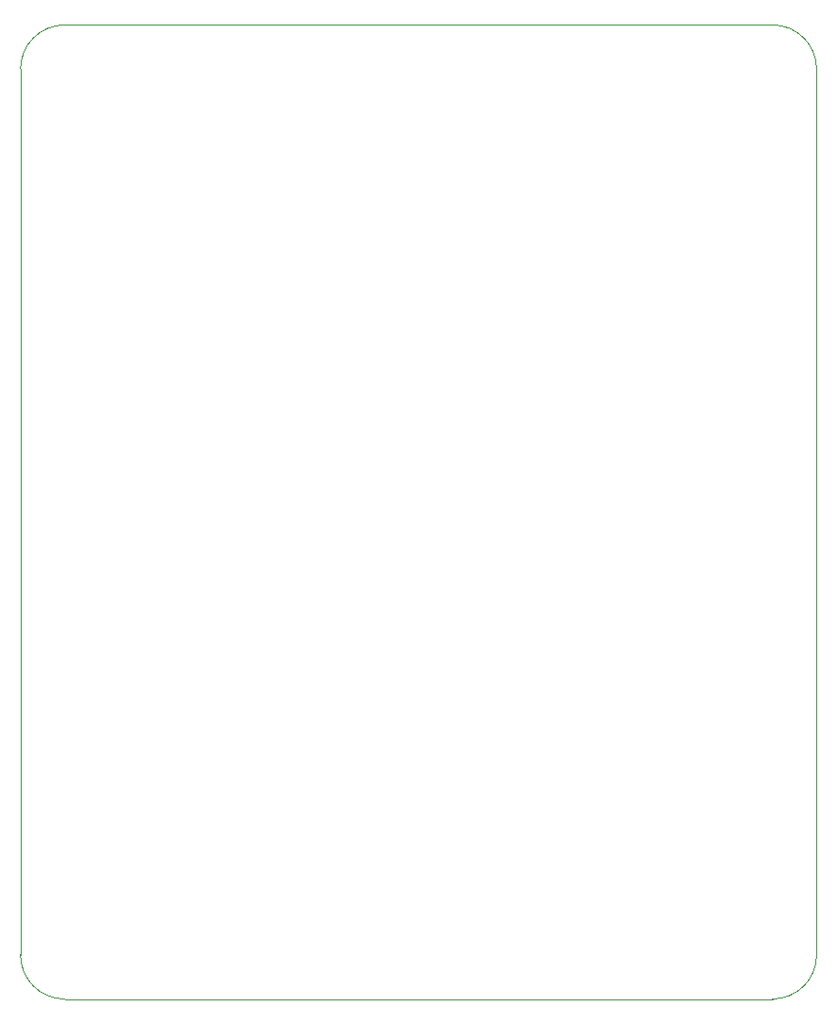
<source format=gbr>
%TF.GenerationSoftware,KiCad,Pcbnew,(6.99.0-3975-g9eb3854794)*%
%TF.CreationDate,2022-10-19T18:21:51+02:00*%
%TF.ProjectId,PCB Template,50434220-5465-46d7-906c-6174652e6b69,rev?*%
%TF.SameCoordinates,Original*%
%TF.FileFunction,Profile,NP*%
%FSLAX46Y46*%
G04 Gerber Fmt 4.6, Leading zero omitted, Abs format (unit mm)*
G04 Created by KiCad (PCBNEW (6.99.0-3975-g9eb3854794)) date 2022-10-19 18:21:51*
%MOMM*%
%LPD*%
G01*
G04 APERTURE LIST*
%TA.AperFunction,Profile*%
%ADD10C,0.100000*%
%TD*%
G04 APERTURE END LIST*
D10*
X162718750Y-142875000D02*
G75*
G03*
X166687500Y-138906250I-50J3968800D01*
G01*
X99218750Y-142875000D02*
X162718750Y-142875000D01*
X166687500Y-138906250D02*
X166687500Y-59531250D01*
X95250000Y-138906250D02*
G75*
G03*
X99218750Y-142875000I3968800J50D01*
G01*
X95250000Y-138906250D02*
X95250000Y-59531250D01*
X99218750Y-55562500D02*
G75*
G03*
X95250000Y-59531250I0J-3968750D01*
G01*
X166687500Y-59531250D02*
G75*
G03*
X162718750Y-55562500I-3968800J-50D01*
G01*
X99218750Y-55562500D02*
X162718750Y-55562500D01*
M02*

</source>
